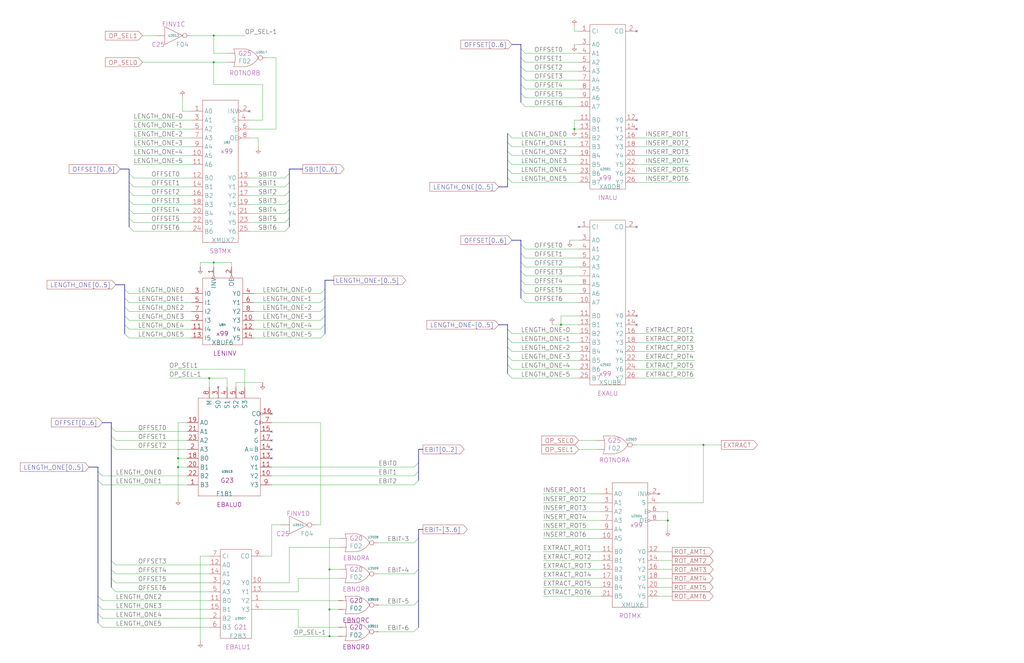
<source format=kicad_sch>
(kicad_sch (version 20230121) (generator eeschema)
  (paper "User" 584.2 378.46)
  (title_block (title "FIU STARTBIT AND CMDBIT") (date "20-MAR-90") (rev "1.0") (comment 1 "FIU") (comment 2 "232-003065") (comment 3 "S400") (comment 4 "RELEASED"))
  (lib_symbols
    (symbol "r1000:F02" (pin_numbers hide) (pin_names hide)
      (property "Reference" "U" (at 12.16 0.635 0))
      (property "Value" "F02" (at -1.27 -4.445 0))
      (property "Location" "___" (at 2.54 0 0))
      (property "Name" "______" (at 2.54 -12.7 0))
      (symbol "F02_1_1"
        (pin input line (at -7.62 0 0) (length 2.54) (name "D0") (number "1"))
        (pin input line (at -7.62 -5.08 0) (length 2.54) (name "D1") (number "2"))
        (pin output line (at 15.24 -2.54 180) (length 1.27) (name "Q") (number "3"))
      )
      (symbol "F02_1_2"
        (pin input line (at -7.62 0 0) (length 2.54) (name "D0") (number "1"))
        (pin input line (at -7.62 -5.08 0) (length 2.54) (name "D1") (number "2"))
        (pin output line (at 15.24 -2.54 180) (length 2.54) (name "Q") (number "3"))
      )
    )
    (symbol "r1000:F04" (pin_numbers hide) (pin_names hide)
      (property "Reference" "U" (at 0 0 0))
      (property "Value" "F04" (at 1.27 -5.08 0))
      (property "Location" "___" (at -12.7 -5.08 0))
      (property "Name" "______" (at 0 5.08 0))
      (symbol "F04_1_1"
        (pin input line (at -10.16 0 0) (length 2.54) (name "D0") (number "1"))
        (pin output line (at 10.16 0 180) (length 2.54) (name "Q") (number "2"))
      )
    )
    (symbol "r1000:F181" (pin_names (offset 1.016))
      (property "Reference" "U" (at 2.54 5.08 0))
      (property "Value" "F181" (at -3.81 -7.62 0))
      (property "Location" "___" (at -1.27 0 0))
      (property "Name" "______" (at 3.81 -15.24 0))
      (symbol "F181_1_1"
        (pin input line (at -20.32 -2.54 0) (length 6.35) (name "B3") (number "1"))
        (pin output line (at 27.94 2.54 180) (length 6.35) (name "Y2") (number "10"))
        (pin output line (at 27.94 7.62 180) (length 6.35) (name "Y1") (number "11"))
        (pin output line (at 27.94 12.7 180) (length 6.35) (name "Y0") (number "13"))
        (pin open_collector line (at 27.94 17.78 180) (length 6.35) (name "A=B") (number "14"))
        (pin output line (at 27.94 27.94 180) (length 6.35) (name "P") (number "15"))
        (pin output line (at 27.94 38.1 180) (length 5.08) (name "CO") (number "16"))
        (pin output line (at 27.94 22.86 180) (length 6.35) (name "G") (number "17"))
        (pin input line (at -20.32 12.7 0) (length 6.35) (name "B0") (number "18"))
        (pin input line (at -20.32 33.02 0) (length 6.35) (name "A0") (number "19"))
        (pin input line (at -20.32 17.78 0) (length 6.35) (name "A3") (number "2"))
        (pin input line (at -20.32 7.62 0) (length 6.35) (name "B1") (number "20"))
        (pin input line (at -20.32 27.94 0) (length 6.35) (name "A1") (number "21"))
        (pin input line (at -20.32 2.54 0) (length 6.35) (name "B2") (number "22"))
        (pin input line (at -20.32 22.86 0) (length 6.35) (name "A2") (number "23"))
        (pin input line (at -2.54 53.34 270) (length 6.35) (name "S0") (number "3"))
        (pin input line (at 2.54 53.34 270) (length 6.35) (name "S1") (number "4"))
        (pin input line (at 7.62 53.34 270) (length 6.35) (name "S2") (number "5"))
        (pin input line (at 12.7 53.34 270) (length 6.35) (name "S3") (number "6"))
        (pin input line (at 27.94 33.02 180) (length 5.08) (name "CI") (number "7"))
        (pin input line (at -7.62 53.34 270) (length 6.35) (name "M") (number "8"))
        (pin output line (at 27.94 -2.54 180) (length 6.35) (name "Y3") (number "9"))
      )
    )
    (symbol "r1000:F283" (pin_names (offset 1.016))
      (property "Reference" "U" (at 2.54 5.08 0))
      (property "Value" "F283" (at -3.81 -5.08 0))
      (property "Location" "___" (at -1.27 0 0))
      (property "Name" "______" (at 1.27 -12.7 0))
      (symbol "F283_1_1"
        (pin output line (at 15.24 15.24 180) (length 6.35) (name "Y2") (number "1"))
        (pin output line (at 15.24 25.4 180) (length 6.35) (name "Y0") (number "10"))
        (pin input line (at -15.24 15.24 0) (length 6.35) (name "B0") (number "11"))
        (pin input line (at -15.24 35.56 0) (length 6.35) (name "A0") (number "12"))
        (pin output line (at 15.24 20.32 180) (length 6.35) (name "Y1") (number "13"))
        (pin input line (at -15.24 30.48 0) (length 6.35) (name "A1") (number "14"))
        (pin input line (at -15.24 10.16 0) (length 6.35) (name "B1") (number "15"))
        (pin input line (at -15.24 5.08 0) (length 6.35) (name "B2") (number "2"))
        (pin input line (at -15.24 25.4 0) (length 6.35) (name "A2") (number "3"))
        (pin output line (at 15.24 10.16 180) (length 6.35) (name "Y3") (number "4"))
        (pin input line (at -15.24 20.32 0) (length 6.35) (name "A3") (number "5"))
        (pin input line (at -15.24 0 0) (length 6.35) (name "B3") (number "6"))
        (pin input line (at -15.24 40.64 0) (length 6.35) (name "CI") (number "7"))
        (pin output line (at 15.24 40.64 180) (length 6.35) (name "CO") (number "9"))
      )
    )
    (symbol "r1000:PD" (power) (pin_numbers hide) (pin_names hide) (in_bom no)
      (symbol "PD_1_1"
        (pin power_in line (at 0 0 270) (length 2.54) (name "PD") (number "1"))
      )
    )
    (symbol "r1000:PU" (power) (pin_numbers hide) (pin_names hide)
      (symbol "PU_1_1"
        (pin power_in line (at 0 0 90) (length 2.54) (name "PU") (number "1"))
      )
    )
    (symbol "r1000:XADD8" (pin_names (offset 1.016))
      (property "Reference" "U" (at 2.54 5.08 0))
      (property "Value" "XADD8" (at -1.27 -5.08 0))
      (property "Location" "___" (at -1.27 0 0))
      (property "Name" "______" (at 3.81 -12.7 0))
      (symbol "XADD8_1_1"
        (pin input line (at -12.7 83.82 0) (length 6.35) (name "CI") (number "1"))
        (pin input line (at -12.7 40.64 0) (length 6.35) (name "A7") (number "10"))
        (pin input line (at -12.7 33.02 0) (length 6.35) (name "B0") (number "11"))
        (pin output line (at 20.32 33.02 180) (length 6.35) (name "Y0") (number "12"))
        (pin input line (at -12.7 27.94 0) (length 6.35) (name "B1") (number "13"))
        (pin output line (at 20.32 27.94 180) (length 6.35) (name "Y1") (number "14"))
        (pin input line (at -12.7 22.86 0) (length 6.35) (name "B2") (number "15"))
        (pin output line (at 20.32 22.86 180) (length 6.35) (name "Y2") (number "16"))
        (pin input line (at -12.7 17.78 0) (length 6.35) (name "B3") (number "17"))
        (pin output line (at 20.32 17.78 180) (length 6.35) (name "Y3") (number "18"))
        (pin input line (at -12.7 12.7 0) (length 6.35) (name "B4") (number "19"))
        (pin output line (at 20.32 83.82 180) (length 6.35) (name "CO") (number "2"))
        (pin output line (at 20.32 12.7 180) (length 6.35) (name "Y4") (number "20"))
        (pin input line (at -12.7 7.62 0) (length 6.35) (name "B5") (number "21"))
        (pin output line (at 20.32 7.62 180) (length 6.35) (name "Y5") (number "22"))
        (pin input line (at -12.7 2.54 0) (length 6.35) (name "B6") (number "23"))
        (pin output line (at 20.32 2.54 180) (length 6.35) (name "Y6") (number "24"))
        (pin input line (at -12.7 -2.54 0) (length 6.35) (name "B7") (number "25"))
        (pin output line (at 20.32 -2.54 180) (length 6.35) (name "Y7") (number "26"))
        (pin input line (at -12.7 76.2 0) (length 6.35) (name "A0") (number "3"))
        (pin input line (at -12.7 71.12 0) (length 6.35) (name "A1") (number "4"))
        (pin input line (at -12.7 66.04 0) (length 6.35) (name "A2") (number "5"))
        (pin input line (at -12.7 60.96 0) (length 6.35) (name "A3") (number "6"))
        (pin input line (at -12.7 55.88 0) (length 6.35) (name "A4") (number "7"))
        (pin input line (at -12.7 50.8 0) (length 6.35) (name "A5") (number "8"))
        (pin input line (at -12.7 45.72 0) (length 6.35) (name "A6") (number "9"))
      )
    )
    (symbol "r1000:XBUF6" (pin_names (offset 1.016))
      (property "Reference" "U" (at 2.54 5.08 0))
      (property "Value" "XBUF6" (at -3.81 -5.08 0))
      (property "Location" "___" (at -1.27 0 0))
      (property "Name" "______" (at 3.81 -12.7 0))
      (symbol "XBUF6_1_1"
        (pin input line (at -2.54 38.1 270) (length 5.08) (name "INV") (number "1"))
        (pin tri_state line (at 20.32 7.62 180) (length 6.35) (name "Y3") (number "10"))
        (pin input line (at -15.24 2.54 0) (length 6.35) (name "I4") (number "11"))
        (pin tri_state line (at 20.32 2.54 180) (length 6.35) (name "Y4") (number "12"))
        (pin input line (at -15.24 -2.54 0) (length 6.35) (name "I5") (number "13"))
        (pin tri_state line (at 20.32 -2.54 180) (length 6.35) (name "Y5") (number "14"))
        (pin input line (at 7.62 38.1 270) (length 5.08) (name "OE") (number "2"))
        (pin input line (at -15.24 22.86 0) (length 6.35) (name "I0") (number "3"))
        (pin tri_state line (at 20.32 22.86 180) (length 6.35) (name "Y0") (number "4"))
        (pin input line (at -15.24 17.78 0) (length 6.35) (name "I1") (number "5"))
        (pin tri_state line (at 20.32 17.78 180) (length 6.35) (name "Y1") (number "6"))
        (pin input line (at -15.24 12.7 0) (length 6.35) (name "I2") (number "7"))
        (pin tri_state line (at 20.32 12.7 180) (length 6.35) (name "Y2") (number "8"))
        (pin input line (at -15.24 7.62 0) (length 6.35) (name "I3") (number "9"))
      )
    )
    (symbol "r1000:XMUX6" (pin_names (offset 1.016))
      (property "Reference" "U" (at 2.54 5.08 0))
      (property "Value" "XMUX6" (at -6.35 -45.72 0))
      (property "Location" "___" (at -1.27 0 0))
      (property "Name" "______" (at -1.27 -53.34 0))
      (symbol "XMUX6_1_1"
        (pin input line (at -17.78 17.78 0) (length 6.35) (name "A0") (number "1"))
        (pin input line (at -17.78 -7.62 0) (length 6.35) (name "A5") (number "10"))
        (pin input line (at -17.78 -15.24 0) (length 6.35) (name "B0") (number "11"))
        (pin tri_state line (at 15.24 -15.24 180) (length 6.35) (name "Y0") (number "12"))
        (pin input line (at -17.78 -20.32 0) (length 6.35) (name "B1") (number "13"))
        (pin tri_state line (at 15.24 -20.32 180) (length 6.35) (name "Y1") (number "14"))
        (pin input line (at -17.78 -25.4 0) (length 6.35) (name "B2") (number "15"))
        (pin tri_state line (at 15.24 -25.4 180) (length 6.35) (name "Y2") (number "16"))
        (pin input line (at -17.78 -30.48 0) (length 6.35) (name "B3") (number "17"))
        (pin tri_state line (at 15.24 -30.48 180) (length 6.35) (name "Y3") (number "18"))
        (pin input line (at -17.78 -35.56 0) (length 6.35) (name "B4") (number "19"))
        (pin input line (at 15.24 17.78 180) (length 5.08) (name "INV") (number "2"))
        (pin tri_state line (at 15.24 -35.56 180) (length 6.35) (name "Y4") (number "20"))
        (pin input line (at -17.78 -40.64 0) (length 6.35) (name "B5") (number "21"))
        (pin tri_state line (at 15.24 -40.64 180) (length 6.35) (name "Y5") (number "22"))
        (pin input line (at -17.78 12.7 0) (length 6.35) (name "A1") (number "3"))
        (pin input line (at 15.24 12.7 180) (length 6.35) (name "S") (number "4"))
        (pin input line (at -17.78 7.62 0) (length 6.35) (name "A2") (number "5"))
        (pin input line (at 15.24 7.62 180) (length 5.08) (name "E") (number "6"))
        (pin input line (at -17.78 2.54 0) (length 6.35) (name "A3") (number "7"))
        (pin input line (at 15.24 2.54 180) (length 5.08) (name "OE") (number "8"))
        (pin input line (at -17.78 -2.54 0) (length 6.35) (name "A4") (number "9"))
      )
    )
    (symbol "r1000:XMUX7" (pin_names (offset 1.016))
      (property "Reference" "U" (at 2.54 5.08 0))
      (property "Value" "XMUX7" (at -6.35 -50.8 0))
      (property "Location" "___" (at -1.27 0 0))
      (property "Name" "______" (at -1.27 -58.42 0))
      (symbol "XMUX7_1_1"
        (pin input line (at -17.78 22.86 0) (length 6.35) (name "A0") (number "1"))
        (pin input line (at -17.78 -2.54 0) (length 6.35) (name "A5") (number "10"))
        (pin input line (at -17.78 -7.62 0) (length 6.35) (name "A6") (number "11"))
        (pin input line (at -17.78 -15.24 0) (length 6.35) (name "B0") (number "12"))
        (pin tri_state line (at 15.24 -15.24 180) (length 6.35) (name "Y0") (number "13"))
        (pin input line (at -17.78 -20.32 0) (length 6.35) (name "B1") (number "14"))
        (pin tri_state line (at 15.24 -20.32 180) (length 6.35) (name "Y1") (number "15"))
        (pin input line (at -17.78 -25.4 0) (length 6.35) (name "B2") (number "16"))
        (pin tri_state line (at 15.24 -25.4 180) (length 6.35) (name "Y2") (number "17"))
        (pin input line (at -17.78 -30.48 0) (length 6.35) (name "B3") (number "18"))
        (pin tri_state line (at 15.24 -30.48 180) (length 6.35) (name "Y3") (number "19"))
        (pin input line (at 15.24 22.86 180) (length 5.08) (name "INV") (number "2"))
        (pin input line (at -17.78 -35.56 0) (length 6.35) (name "B4") (number "20"))
        (pin tri_state line (at 15.24 -35.56 180) (length 6.35) (name "Y4") (number "21"))
        (pin input line (at -17.78 -40.64 0) (length 6.35) (name "B5") (number "22"))
        (pin tri_state line (at 15.24 -40.64 180) (length 6.35) (name "Y5") (number "23"))
        (pin input line (at -17.78 -45.72 0) (length 6.35) (name "B6") (number "24"))
        (pin tri_state line (at 15.24 -45.72 180) (length 6.35) (name "Y6") (number "25"))
        (pin input line (at -17.78 17.78 0) (length 6.35) (name "A1") (number "3"))
        (pin input line (at 15.24 17.78 180) (length 6.35) (name "S") (number "4"))
        (pin input line (at -17.78 12.7 0) (length 6.35) (name "A2") (number "5"))
        (pin input line (at 15.24 12.7 180) (length 5.08) (name "E") (number "6"))
        (pin input line (at -17.78 7.62 0) (length 6.35) (name "A3") (number "7"))
        (pin input line (at 15.24 7.62 180) (length 5.08) (name "OE") (number "8"))
        (pin input line (at -17.78 2.54 0) (length 6.35) (name "A4") (number "9"))
      )
    )
    (symbol "r1000:XSUB8" (pin_names (offset 1.016))
      (property "Reference" "U" (at 2.54 5.08 0))
      (property "Value" "XSUB8" (at -1.27 -5.08 0))
      (property "Location" "___" (at -1.27 0 0))
      (property "Name" "______" (at 3.81 -12.7 0))
      (symbol "XSUB8_1_1"
        (pin input line (at -12.7 83.82 0) (length 6.35) (name "CI") (number "1"))
        (pin input line (at -12.7 40.64 0) (length 6.35) (name "A7") (number "10"))
        (pin input line (at -12.7 33.02 0) (length 6.35) (name "B0") (number "11"))
        (pin output line (at 20.32 33.02 180) (length 6.35) (name "Y0") (number "12"))
        (pin input line (at -12.7 27.94 0) (length 6.35) (name "B1") (number "13"))
        (pin output line (at 20.32 27.94 180) (length 6.35) (name "Y1") (number "14"))
        (pin input line (at -12.7 22.86 0) (length 6.35) (name "B2") (number "15"))
        (pin output line (at 20.32 22.86 180) (length 6.35) (name "Y2") (number "16"))
        (pin input line (at -12.7 17.78 0) (length 6.35) (name "B3") (number "17"))
        (pin output line (at 20.32 17.78 180) (length 6.35) (name "Y3") (number "18"))
        (pin input line (at -12.7 12.7 0) (length 6.35) (name "B4") (number "19"))
        (pin output line (at 20.32 83.82 180) (length 6.35) (name "CO") (number "2"))
        (pin output line (at 20.32 12.7 180) (length 6.35) (name "Y4") (number "20"))
        (pin input line (at -12.7 7.62 0) (length 6.35) (name "B5") (number "21"))
        (pin output line (at 20.32 7.62 180) (length 6.35) (name "Y5") (number "22"))
        (pin input line (at -12.7 2.54 0) (length 6.35) (name "B6") (number "23"))
        (pin output line (at 20.32 2.54 180) (length 6.35) (name "Y6") (number "24"))
        (pin input line (at -12.7 -2.54 0) (length 6.35) (name "B7") (number "25"))
        (pin output line (at 20.32 -2.54 180) (length 6.35) (name "Y7") (number "26"))
        (pin input line (at -12.7 76.2 0) (length 6.35) (name "A0") (number "3"))
        (pin input line (at -12.7 71.12 0) (length 6.35) (name "A1") (number "4"))
        (pin input line (at -12.7 66.04 0) (length 6.35) (name "A2") (number "5"))
        (pin input line (at -12.7 60.96 0) (length 6.35) (name "A3") (number "6"))
        (pin input line (at -12.7 55.88 0) (length 6.35) (name "A4") (number "7"))
        (pin input line (at -12.7 50.8 0) (length 6.35) (name "A5") (number "8"))
        (pin input line (at -12.7 45.72 0) (length 6.35) (name "A6") (number "9"))
      )
    )
  )
  (junction (at 121.92 20.32))
  (junction (at 401.32 254))
  (junction (at 320.04 185.42))
  (junction (at 121.92 149.86))
  (junction (at 187.96 347.98))
  (junction (at 187.96 325.12))
  (junction (at 101.6 266.7))
  (junction (at 121.92 35.56))
  (junction (at 327.66 73.66))
  (junction (at 381 297.18))
  (junction (at 101.6 261.62))
  (junction (at 119.38 215.9))
  (junction (at 187.96 363.22))
  (no_connect (at 363.22 180.34))
  (no_connect (at 375.92 281.94))
  (no_connect (at 154.94 261.62))
  (no_connect (at 154.94 246.38))
  (no_connect (at 142.24 63.5))
  (no_connect (at 363.22 68.58))
  (no_connect (at 154.94 236.22))
  (no_connect (at 330.2 129.54))
  (no_connect (at 154.94 256.54))
  (no_connect (at 363.22 185.42))
  (no_connect (at 154.94 251.46))
  (no_connect (at 124.46 220.98))
  (no_connect (at 363.22 17.78))
  (no_connect (at 363.22 129.54))
  (no_connect (at 363.22 73.66))
  (bus_entry (at 238.76 358.14) (size -2.54 2.54))
  (bus_entry (at 71.12 185.42) (size 2.54 2.54))
  (bus_entry (at 289.56 96.52) (size 2.54 2.54))
  (bus_entry (at 289.56 193.04) (size 2.54 2.54))
  (bus_entry (at 297.18 38.1) (size 2.54 2.54))
  (bus_entry (at 63.5 243.84) (size 2.54 2.54))
  (bus_entry (at 165.1 129.54) (size -2.54 2.54))
  (bus_entry (at 63.5 335.28) (size 2.54 2.54))
  (bus_entry (at 63.5 248.92) (size 2.54 2.54))
  (bus_entry (at 297.18 144.78) (size 2.54 2.54))
  (bus_entry (at 73.66 99.06) (size 2.54 2.54))
  (bus_entry (at 55.88 340.36) (size 2.54 2.54))
  (bus_entry (at 71.12 190.5) (size 2.54 2.54))
  (bus_entry (at 165.1 109.22) (size -2.54 2.54))
  (bus_entry (at 55.88 345.44) (size 2.54 2.54))
  (bus_entry (at 165.1 99.06) (size -2.54 2.54))
  (bus_entry (at 73.66 129.54) (size 2.54 2.54))
  (bus_entry (at 165.1 114.3) (size -2.54 2.54))
  (bus_entry (at 63.5 330.2) (size 2.54 2.54))
  (bus_entry (at 73.66 124.46) (size 2.54 2.54))
  (bus_entry (at 185.42 190.5) (size -2.54 2.54))
  (bus_entry (at 55.88 355.6) (size 2.54 2.54))
  (bus_entry (at 185.42 165.1) (size -2.54 2.54))
  (bus_entry (at 297.18 160.02) (size 2.54 2.54))
  (bus_entry (at 165.1 104.14) (size -2.54 2.54))
  (bus_entry (at 185.42 175.26) (size -2.54 2.54))
  (bus_entry (at 238.76 274.32) (size -2.54 2.54))
  (bus_entry (at 297.18 139.7) (size 2.54 2.54))
  (bus_entry (at 289.56 86.36) (size 2.54 2.54))
  (bus_entry (at 289.56 213.36) (size 2.54 2.54))
  (bus_entry (at 73.66 104.14) (size 2.54 2.54))
  (bus_entry (at 71.12 170.18) (size 2.54 2.54))
  (bus_entry (at 297.18 33.02) (size 2.54 2.54))
  (bus_entry (at 297.18 53.34) (size 2.54 2.54))
  (bus_entry (at 238.76 264.16) (size -2.54 2.54))
  (bus_entry (at 63.5 254) (size 2.54 2.54))
  (bus_entry (at 289.56 208.28) (size 2.54 2.54))
  (bus_entry (at 55.88 269.24) (size 2.54 2.54))
  (bus_entry (at 297.18 154.94) (size 2.54 2.54))
  (bus_entry (at 185.42 185.42) (size -2.54 2.54))
  (bus_entry (at 55.88 350.52) (size 2.54 2.54))
  (bus_entry (at 55.88 274.32) (size 2.54 2.54))
  (bus_entry (at 185.42 180.34) (size -2.54 2.54))
  (bus_entry (at 63.5 320.04) (size 2.54 2.54))
  (bus_entry (at 297.18 43.18) (size 2.54 2.54))
  (bus_entry (at 71.12 175.26) (size 2.54 2.54))
  (bus_entry (at 289.56 76.2) (size 2.54 2.54))
  (bus_entry (at 238.76 342.9) (size -2.54 2.54))
  (bus_entry (at 289.56 91.44) (size 2.54 2.54))
  (bus_entry (at 289.56 187.96) (size 2.54 2.54))
  (bus_entry (at 289.56 81.28) (size 2.54 2.54))
  (bus_entry (at 71.12 165.1) (size 2.54 2.54))
  (bus_entry (at 289.56 101.6) (size 2.54 2.54))
  (bus_entry (at 289.56 203.2) (size 2.54 2.54))
  (bus_entry (at 297.18 27.94) (size 2.54 2.54))
  (bus_entry (at 297.18 58.42) (size 2.54 2.54))
  (bus_entry (at 73.66 119.38) (size 2.54 2.54))
  (bus_entry (at 297.18 149.86) (size 2.54 2.54))
  (bus_entry (at 73.66 114.3) (size 2.54 2.54))
  (bus_entry (at 73.66 109.22) (size 2.54 2.54))
  (bus_entry (at 165.1 119.38) (size -2.54 2.54))
  (bus_entry (at 238.76 269.24) (size -2.54 2.54))
  (bus_entry (at 238.76 325.12) (size -2.54 2.54))
  (bus_entry (at 71.12 180.34) (size 2.54 2.54))
  (bus_entry (at 185.42 170.18) (size -2.54 2.54))
  (bus_entry (at 238.76 307.34) (size -2.54 2.54))
  (bus_entry (at 297.18 170.18) (size 2.54 2.54))
  (bus_entry (at 63.5 325.12) (size 2.54 2.54))
  (bus_entry (at 165.1 124.46) (size -2.54 2.54))
  (bus_entry (at 297.18 165.1) (size 2.54 2.54))
  (bus_entry (at 297.18 48.26) (size 2.54 2.54))
  (bus_entry (at 289.56 198.12) (size 2.54 2.54))
  (wire (pts (xy 292.1 104.14) (xy 330.2 104.14)))
  (bus (pts (xy 165.1 96.52) (xy 165.1 99.06)))
  (wire (pts (xy 330.2 251.46) (xy 340.36 251.46)))
  (bus (pts (xy 297.18 144.78) (xy 297.18 149.86)))
  (bus (pts (xy 297.18 25.4) (xy 297.18 27.94)))
  (wire (pts (xy 292.1 88.9) (xy 330.2 88.9)))
  (wire (pts (xy 129.54 30.48) (xy 121.92 30.48)))
  (wire (pts (xy 121.92 48.26) (xy 149.86 48.26)))
  (wire (pts (xy 142.24 106.68) (xy 162.56 106.68)))
  (bus (pts (xy 71.12 165.1) (xy 71.12 170.18)))
  (wire (pts (xy 182.88 299.72) (xy 180.34 299.72)))
  (wire (pts (xy 375.92 314.96) (xy 383.54 314.96)))
  (bus (pts (xy 68.58 96.52) (xy 73.66 96.52)))
  (bus (pts (xy 63.5 248.92) (xy 63.5 254)))
  (wire (pts (xy 76.2 78.74) (xy 109.22 78.74)))
  (bus (pts (xy 165.1 96.52) (xy 172.72 96.52)))
  (wire (pts (xy 381 292.1) (xy 381 297.18)))
  (wire (pts (xy 330.2 68.58) (xy 327.66 68.58)))
  (bus (pts (xy 289.56 193.04) (xy 289.56 198.12)))
  (bus (pts (xy 63.5 254) (xy 63.5 320.04)))
  (bus (pts (xy 289.56 86.36) (xy 289.56 91.44)))
  (wire (pts (xy 144.78 187.96) (xy 182.88 187.96)))
  (bus (pts (xy 185.42 180.34) (xy 185.42 175.26)))
  (wire (pts (xy 363.22 190.5) (xy 396.24 190.5)))
  (wire (pts (xy 114.3 149.86) (xy 121.92 149.86)))
  (bus (pts (xy 63.5 320.04) (xy 63.5 325.12)))
  (wire (pts (xy 142.24 121.92) (xy 162.56 121.92)))
  (wire (pts (xy 299.72 30.48) (xy 330.2 30.48)))
  (wire (pts (xy 327.66 73.66) (xy 330.2 73.66)))
  (bus (pts (xy 297.18 149.86) (xy 297.18 154.94)))
  (wire (pts (xy 58.42 276.86) (xy 106.68 276.86)))
  (wire (pts (xy 73.66 167.64) (xy 109.22 167.64)))
  (wire (pts (xy 154.94 299.72) (xy 160.02 299.72)))
  (wire (pts (xy 157.48 73.66) (xy 142.24 73.66)))
  (bus (pts (xy 73.66 99.06) (xy 73.66 104.14)))
  (wire (pts (xy 149.86 218.44) (xy 134.62 218.44)))
  (wire (pts (xy 292.1 205.74) (xy 330.2 205.74)))
  (bus (pts (xy 297.18 144.78) (xy 297.18 139.7)))
  (wire (pts (xy 299.72 60.96) (xy 330.2 60.96)))
  (bus (pts (xy 71.12 185.42) (xy 71.12 190.5)))
  (wire (pts (xy 381 302.26) (xy 381 297.18)))
  (wire (pts (xy 81.28 35.56) (xy 121.92 35.56)))
  (bus (pts (xy 63.5 330.2) (xy 63.5 335.28)))
  (bus (pts (xy 238.76 264.16) (xy 238.76 269.24)))
  (bus (pts (xy 165.1 99.06) (xy 165.1 104.14)))
  (wire (pts (xy 76.2 93.98) (xy 109.22 93.98)))
  (wire (pts (xy 292.1 200.66) (xy 330.2 200.66)))
  (wire (pts (xy 165.1 332.74) (xy 165.1 312.42)))
  (wire (pts (xy 292.1 99.06) (xy 330.2 99.06)))
  (bus (pts (xy 73.66 109.22) (xy 73.66 104.14)))
  (wire (pts (xy 101.6 266.7) (xy 106.68 266.7)))
  (wire (pts (xy 121.92 35.56) (xy 129.54 35.56)))
  (wire (pts (xy 66.04 322.58) (xy 119.38 322.58)))
  (bus (pts (xy 284.48 106.68) (xy 289.56 106.68)))
  (wire (pts (xy 76.2 132.08) (xy 109.22 132.08)))
  (wire (pts (xy 142.24 101.6) (xy 162.56 101.6)))
  (wire (pts (xy 299.72 40.64) (xy 330.2 40.64)))
  (wire (pts (xy 363.22 93.98) (xy 393.7 93.98)))
  (wire (pts (xy 363.22 195.58) (xy 396.24 195.58)))
  (wire (pts (xy 375.92 292.1) (xy 381 292.1)))
  (wire (pts (xy 144.78 182.88) (xy 182.88 182.88)))
  (wire (pts (xy 144.78 172.72) (xy 182.88 172.72)))
  (wire (pts (xy 299.72 50.8) (xy 330.2 50.8)))
  (wire (pts (xy 142.24 132.08) (xy 162.56 132.08)))
  (wire (pts (xy 76.2 88.9) (xy 109.22 88.9)))
  (wire (pts (xy 299.72 147.32) (xy 330.2 147.32)))
  (wire (pts (xy 299.72 167.64) (xy 330.2 167.64)))
  (wire (pts (xy 121.92 48.26) (xy 121.92 35.56)))
  (wire (pts (xy 309.88 325.12) (xy 342.9 325.12)))
  (bus (pts (xy 297.18 33.02) (xy 297.18 38.1)))
  (wire (pts (xy 363.22 205.74) (xy 396.24 205.74)))
  (bus (pts (xy 297.18 43.18) (xy 297.18 48.26)))
  (wire (pts (xy 187.96 347.98) (xy 193.04 347.98)))
  (wire (pts (xy 147.32 83.82) (xy 147.32 78.74)))
  (bus (pts (xy 71.12 180.34) (xy 71.12 185.42)))
  (wire (pts (xy 187.96 307.34) (xy 187.96 325.12)))
  (bus (pts (xy 185.42 170.18) (xy 185.42 165.1)))
  (wire (pts (xy 154.94 271.78) (xy 236.22 271.78)))
  (bus (pts (xy 297.18 160.02) (xy 297.18 165.1)))
  (wire (pts (xy 187.96 347.98) (xy 187.96 363.22)))
  (wire (pts (xy 309.88 320.04) (xy 342.9 320.04)))
  (bus (pts (xy 238.76 256.54) (xy 238.76 264.16)))
  (wire (pts (xy 101.6 261.62) (xy 101.6 266.7)))
  (wire (pts (xy 66.04 337.82) (xy 119.38 337.82)))
  (wire (pts (xy 149.86 337.82) (xy 170.18 337.82)))
  (bus (pts (xy 289.56 86.36) (xy 289.56 81.28)))
  (wire (pts (xy 292.1 83.82) (xy 330.2 83.82)))
  (wire (pts (xy 154.94 317.5) (xy 154.94 299.72)))
  (wire (pts (xy 375.92 330.2) (xy 383.54 330.2)))
  (bus (pts (xy 289.56 96.52) (xy 289.56 101.6)))
  (wire (pts (xy 76.2 121.92) (xy 109.22 121.92)))
  (bus (pts (xy 55.88 350.52) (xy 55.88 355.6)))
  (wire (pts (xy 106.68 241.3) (xy 101.6 241.3)))
  (wire (pts (xy 363.22 83.82) (xy 393.7 83.82)))
  (wire (pts (xy 121.92 20.32) (xy 139.7 20.32)))
  (wire (pts (xy 76.2 73.66) (xy 109.22 73.66)))
  (wire (pts (xy 330.2 180.34) (xy 320.04 180.34)))
  (wire (pts (xy 375.92 340.36) (xy 383.54 340.36)))
  (wire (pts (xy 114.3 152.4) (xy 114.3 149.86)))
  (bus (pts (xy 289.56 198.12) (xy 289.56 203.2)))
  (bus (pts (xy 289.56 208.28) (xy 289.56 213.36)))
  (wire (pts (xy 58.42 342.9) (xy 119.38 342.9)))
  (wire (pts (xy 149.86 48.26) (xy 149.86 68.58)))
  (wire (pts (xy 129.54 215.9) (xy 119.38 215.9)))
  (wire (pts (xy 66.04 246.38) (xy 106.68 246.38)))
  (wire (pts (xy 320.04 180.34) (xy 320.04 185.42)))
  (bus (pts (xy 289.56 91.44) (xy 289.56 96.52)))
  (wire (pts (xy 375.92 325.12) (xy 383.54 325.12)))
  (wire (pts (xy 170.18 337.82) (xy 170.18 330.2)))
  (bus (pts (xy 55.88 269.24) (xy 55.88 274.32)))
  (wire (pts (xy 104.14 55.88) (xy 104.14 63.5)))
  (wire (pts (xy 327.66 25.4) (xy 330.2 25.4)))
  (wire (pts (xy 149.86 332.74) (xy 165.1 332.74)))
  (wire (pts (xy 58.42 347.98) (xy 119.38 347.98)))
  (wire (pts (xy 309.88 297.18) (xy 342.9 297.18)))
  (wire (pts (xy 121.92 149.86) (xy 132.08 149.86)))
  (bus (pts (xy 63.5 241.3) (xy 63.5 243.84)))
  (wire (pts (xy 309.88 314.96) (xy 342.9 314.96)))
  (bus (pts (xy 63.5 325.12) (xy 63.5 330.2)))
  (bus (pts (xy 297.18 53.34) (xy 297.18 58.42)))
  (wire (pts (xy 170.18 347.98) (xy 170.18 358.14)))
  (bus (pts (xy 73.66 114.3) (xy 73.66 119.38)))
  (wire (pts (xy 363.22 78.74) (xy 393.7 78.74)))
  (wire (pts (xy 309.88 287.02) (xy 342.9 287.02)))
  (wire (pts (xy 144.78 193.04) (xy 182.88 193.04)))
  (bus (pts (xy 238.76 307.34) (xy 238.76 325.12)))
  (wire (pts (xy 154.94 276.86) (xy 236.22 276.86)))
  (wire (pts (xy 292.1 93.98) (xy 330.2 93.98)))
  (wire (pts (xy 76.2 101.6) (xy 109.22 101.6)))
  (wire (pts (xy 101.6 241.3) (xy 101.6 261.62)))
  (wire (pts (xy 167.64 363.22) (xy 187.96 363.22)))
  (wire (pts (xy 330.2 17.78) (xy 327.66 17.78)))
  (wire (pts (xy 66.04 256.54) (xy 106.68 256.54)))
  (bus (pts (xy 71.12 175.26) (xy 71.12 180.34)))
  (wire (pts (xy 165.1 312.42) (xy 193.04 312.42)))
  (wire (pts (xy 299.72 35.56) (xy 330.2 35.56)))
  (wire (pts (xy 299.72 172.72) (xy 330.2 172.72)))
  (bus (pts (xy 289.56 106.68) (xy 289.56 101.6)))
  (wire (pts (xy 314.96 185.42) (xy 320.04 185.42)))
  (wire (pts (xy 119.38 220.98) (xy 119.38 215.9)))
  (wire (pts (xy 144.78 177.8) (xy 182.88 177.8)))
  (wire (pts (xy 309.88 330.2) (xy 342.9 330.2)))
  (bus (pts (xy 289.56 203.2) (xy 289.56 208.28)))
  (bus (pts (xy 185.42 190.5) (xy 185.42 185.42)))
  (bus (pts (xy 297.18 154.94) (xy 297.18 160.02)))
  (wire (pts (xy 363.22 88.9) (xy 393.7 88.9)))
  (wire (pts (xy 73.66 172.72) (xy 109.22 172.72)))
  (bus (pts (xy 71.12 162.56) (xy 71.12 165.1)))
  (bus (pts (xy 238.76 302.26) (xy 238.76 307.34)))
  (bus (pts (xy 73.66 96.52) (xy 73.66 99.06)))
  (bus (pts (xy 297.18 33.02) (xy 297.18 27.94)))
  (wire (pts (xy 149.86 317.5) (xy 154.94 317.5)))
  (wire (pts (xy 309.88 335.28) (xy 342.9 335.28)))
  (wire (pts (xy 299.72 45.72) (xy 330.2 45.72)))
  (wire (pts (xy 73.66 182.88) (xy 109.22 182.88)))
  (wire (pts (xy 66.04 332.74) (xy 119.38 332.74)))
  (bus (pts (xy 297.18 48.26) (xy 297.18 53.34)))
  (wire (pts (xy 363.22 200.66) (xy 396.24 200.66)))
  (bus (pts (xy 185.42 165.1) (xy 185.42 160.02)))
  (wire (pts (xy 299.72 55.88) (xy 330.2 55.88)))
  (wire (pts (xy 73.66 193.04) (xy 109.22 193.04)))
  (wire (pts (xy 325.12 137.16) (xy 330.2 137.16)))
  (wire (pts (xy 96.52 215.9) (xy 119.38 215.9)))
  (wire (pts (xy 132.08 149.86) (xy 132.08 152.4)))
  (wire (pts (xy 121.92 30.48) (xy 121.92 20.32)))
  (bus (pts (xy 289.56 185.42) (xy 289.56 187.96)))
  (wire (pts (xy 363.22 210.82) (xy 396.24 210.82)))
  (bus (pts (xy 165.1 104.14) (xy 165.1 109.22)))
  (bus (pts (xy 292.1 137.16) (xy 297.18 137.16)))
  (bus (pts (xy 238.76 256.54) (xy 241.3 256.54)))
  (wire (pts (xy 101.6 261.62) (xy 106.68 261.62)))
  (wire (pts (xy 187.96 325.12) (xy 187.96 347.98)))
  (wire (pts (xy 299.72 162.56) (xy 330.2 162.56)))
  (bus (pts (xy 289.56 76.2) (xy 289.56 81.28)))
  (wire (pts (xy 76.2 106.68) (xy 109.22 106.68)))
  (wire (pts (xy 134.62 220.98) (xy 134.62 218.44)))
  (bus (pts (xy 185.42 175.26) (xy 185.42 170.18)))
  (wire (pts (xy 144.78 167.64) (xy 182.88 167.64)))
  (wire (pts (xy 327.66 68.58) (xy 327.66 73.66)))
  (bus (pts (xy 185.42 160.02) (xy 190.5 160.02)))
  (wire (pts (xy 73.66 187.96) (xy 109.22 187.96)))
  (wire (pts (xy 139.7 220.98) (xy 139.7 210.82)))
  (wire (pts (xy 96.52 210.82) (xy 139.7 210.82)))
  (wire (pts (xy 215.9 309.88) (xy 236.22 309.88)))
  (bus (pts (xy 55.88 266.7) (xy 55.88 269.24)))
  (wire (pts (xy 58.42 358.14) (xy 119.38 358.14)))
  (bus (pts (xy 55.88 274.32) (xy 55.88 340.36)))
  (wire (pts (xy 142.24 116.84) (xy 162.56 116.84)))
  (wire (pts (xy 147.32 78.74) (xy 142.24 78.74)))
  (wire (pts (xy 58.42 353.06) (xy 119.38 353.06)))
  (wire (pts (xy 76.2 127) (xy 109.22 127)))
  (wire (pts (xy 309.88 292.1) (xy 342.9 292.1)))
  (wire (pts (xy 363.22 254) (xy 401.32 254)))
  (wire (pts (xy 401.32 287.02) (xy 375.92 287.02)))
  (bus (pts (xy 58.42 241.3) (xy 63.5 241.3)))
  (wire (pts (xy 58.42 271.78) (xy 106.68 271.78)))
  (wire (pts (xy 66.04 251.46) (xy 106.68 251.46)))
  (bus (pts (xy 71.12 170.18) (xy 71.12 175.26)))
  (wire (pts (xy 215.9 345.44) (xy 236.22 345.44)))
  (wire (pts (xy 101.6 284.48) (xy 101.6 266.7)))
  (wire (pts (xy 149.86 342.9) (xy 193.04 342.9)))
  (wire (pts (xy 73.66 177.8) (xy 109.22 177.8)))
  (wire (pts (xy 182.88 241.3) (xy 182.88 299.72)))
  (wire (pts (xy 66.04 327.66) (xy 119.38 327.66)))
  (bus (pts (xy 165.1 119.38) (xy 165.1 124.46)))
  (wire (pts (xy 292.1 215.9) (xy 330.2 215.9)))
  (bus (pts (xy 165.1 114.3) (xy 165.1 119.38)))
  (bus (pts (xy 238.76 269.24) (xy 238.76 274.32)))
  (bus (pts (xy 238.76 342.9) (xy 238.76 358.14)))
  (wire (pts (xy 81.28 20.32) (xy 88.9 20.32)))
  (wire (pts (xy 375.92 335.28) (xy 383.54 335.28)))
  (wire (pts (xy 309.88 302.26) (xy 342.9 302.26)))
  (wire (pts (xy 299.72 157.48) (xy 330.2 157.48)))
  (bus (pts (xy 289.56 187.96) (xy 289.56 193.04)))
  (bus (pts (xy 50.8 266.7) (xy 55.88 266.7)))
  (bus (pts (xy 165.1 109.22) (xy 165.1 114.3)))
  (bus (pts (xy 185.42 185.42) (xy 185.42 180.34)))
  (wire (pts (xy 109.22 20.32) (xy 121.92 20.32)))
  (bus (pts (xy 55.88 340.36) (xy 55.88 345.44)))
  (wire (pts (xy 76.2 68.58) (xy 109.22 68.58)))
  (wire (pts (xy 187.96 325.12) (xy 193.04 325.12)))
  (wire (pts (xy 292.1 190.5) (xy 330.2 190.5)))
  (wire (pts (xy 309.88 307.34) (xy 342.9 307.34)))
  (wire (pts (xy 157.48 33.02) (xy 157.48 73.66)))
  (wire (pts (xy 129.54 220.98) (xy 129.54 215.9)))
  (wire (pts (xy 401.32 254) (xy 401.32 287.02)))
  (wire (pts (xy 149.86 347.98) (xy 170.18 347.98)))
  (wire (pts (xy 152.4 33.02) (xy 157.48 33.02)))
  (wire (pts (xy 292.1 78.74) (xy 330.2 78.74)))
  (wire (pts (xy 292.1 195.58) (xy 330.2 195.58)))
  (wire (pts (xy 121.92 152.4) (xy 121.92 149.86)))
  (wire (pts (xy 193.04 307.34) (xy 187.96 307.34)))
  (wire (pts (xy 109.22 63.5) (xy 104.14 63.5)))
  (wire (pts (xy 187.96 363.22) (xy 193.04 363.22)))
  (wire (pts (xy 114.3 317.5) (xy 119.38 317.5)))
  (wire (pts (xy 149.86 68.58) (xy 142.24 68.58)))
  (wire (pts (xy 299.72 152.4) (xy 330.2 152.4)))
  (wire (pts (xy 330.2 256.54) (xy 340.36 256.54)))
  (wire (pts (xy 76.2 116.84) (xy 109.22 116.84)))
  (wire (pts (xy 76.2 83.82) (xy 109.22 83.82)))
  (bus (pts (xy 292.1 25.4) (xy 297.18 25.4)))
  (wire (pts (xy 363.22 215.9) (xy 396.24 215.9)))
  (wire (pts (xy 320.04 185.42) (xy 330.2 185.42)))
  (wire (pts (xy 363.22 99.06) (xy 393.7 99.06)))
  (wire (pts (xy 375.92 320.04) (xy 383.54 320.04)))
  (bus (pts (xy 73.66 109.22) (xy 73.66 114.3)))
  (bus (pts (xy 63.5 243.84) (xy 63.5 248.92)))
  (bus (pts (xy 238.76 325.12) (xy 238.76 342.9)))
  (wire (pts (xy 327.66 17.78) (xy 327.66 15.24)))
  (wire (pts (xy 142.24 111.76) (xy 162.56 111.76)))
  (wire (pts (xy 170.18 330.2) (xy 193.04 330.2)))
  (wire (pts (xy 292.1 210.82) (xy 330.2 210.82)))
  (wire (pts (xy 154.94 241.3) (xy 182.88 241.3)))
  (wire (pts (xy 381 297.18) (xy 375.92 297.18)))
  (wire (pts (xy 215.9 327.66) (xy 236.22 327.66)))
  (bus (pts (xy 238.76 302.26) (xy 241.3 302.26)))
  (wire (pts (xy 142.24 127) (xy 162.56 127)))
  (bus (pts (xy 66.04 162.56) (xy 71.12 162.56)))
  (wire (pts (xy 154.94 266.7) (xy 236.22 266.7)))
  (wire (pts (xy 309.88 340.36) (xy 342.9 340.36)))
  (bus (pts (xy 297.18 38.1) (xy 297.18 43.18)))
  (bus (pts (xy 73.66 119.38) (xy 73.66 124.46)))
  (wire (pts (xy 170.18 358.14) (xy 193.04 358.14)))
  (wire (pts (xy 309.88 281.94) (xy 342.9 281.94)))
  (bus (pts (xy 55.88 345.44) (xy 55.88 350.52)))
  (bus (pts (xy 297.18 165.1) (xy 297.18 170.18)))
  (wire (pts (xy 299.72 142.24) (xy 330.2 142.24)))
  (bus (pts (xy 165.1 124.46) (xy 165.1 129.54)))
  (bus (pts (xy 284.48 185.42) (xy 289.56 185.42)))
  (bus (pts (xy 73.66 124.46) (xy 73.66 129.54)))
  (wire (pts (xy 401.32 254) (xy 411.48 254)))
  (wire (pts (xy 363.22 104.14) (xy 393.7 104.14)))
  (wire (pts (xy 114.3 365.76) (xy 114.3 317.5)))
  (wire (pts (xy 76.2 111.76) (xy 109.22 111.76)))
  (wire (pts (xy 215.9 360.68) (xy 236.22 360.68)))
  (bus (pts (xy 297.18 139.7) (xy 297.18 137.16)))
  (label "OFFSET1" (at 78.74 251.46 0) (effects (font (size 2.54 2.54))))
  (label "OFFSET0" (at 304.8 30.48 0) (effects (font (size 2.54 2.54))))
  (label "OFFSET2" (at 304.8 40.64 0) (effects (font (size 2.54 2.54))))
  (label "SBIT4" (at 147.32 121.92 0) (effects (font (size 2.54 2.54))))
  (label "SBIT3" (at 147.32 116.84 0) (effects (font (size 2.54 2.54))))
  (label "LENGTH_ONE~0" (at 76.2 68.58 0) (effects (font (size 2.54 2.54))))
  (label "INSERT_ROT2" (at 309.88 287.02 0) (effects (font (size 2.54 2.54))))
  (label "LENGTH_ONE1" (at 66.04 276.86 0) (effects (font (size 2.54 2.54))))
  (label "LENGTH_ONE3" (at 78.74 182.88 0) (effects (font (size 2.54 2.54))))
  (label "OFFSET5" (at 86.36 127 0) (effects (font (size 2.54 2.54))))
  (label "EXTRACT_ROT3" (at 309.88 325.12 0) (effects (font (size 2.54 2.54))))
  (label "LENGTH_ONE0" (at 66.04 271.78 0) (effects (font (size 2.54 2.54))))
  (label "OFFSET6" (at 78.74 337.82 0) (effects (font (size 2.54 2.54))))
  (label "LENGTH_ONE3" (at 66.04 347.98 0) (effects (font (size 2.54 2.54))))
  (label "INSERT_ROT3" (at 368.3 88.9 0) (effects (font (size 2.54 2.54))))
  (label "OFFSET1" (at 304.8 147.32 0) (effects (font (size 2.54 2.54))))
  (label "EBIT0" (at 215.9 266.7 0) (effects (font (size 2.54 2.54))))
  (label "LENGTH_ONE~3" (at 297.18 205.74 0) (effects (font (size 2.54 2.54))))
  (label "OFFSET2" (at 78.74 256.54 0) (effects (font (size 2.54 2.54))))
  (label "OFFSET1" (at 86.36 106.68 0) (effects (font (size 2.54 2.54))))
  (label "OFFSET3" (at 86.36 116.84 0) (effects (font (size 2.54 2.54))))
  (label "SBIT6" (at 147.32 132.08 0) (effects (font (size 2.54 2.54))))
  (label "LENGTH_ONE~5" (at 297.18 215.9 0) (effects (font (size 2.54 2.54))))
  (label "EBIT~4" (at 220.98 327.66 0) (effects (font (size 2.54 2.54))))
  (label "LENGTH_ONE2" (at 297.18 88.9 0) (effects (font (size 2.54 2.54))))
  (label "OFFSET4" (at 304.8 162.56 0) (effects (font (size 2.54 2.54))))
  (label "OFFSET2" (at 304.8 152.4 0) (effects (font (size 2.54 2.54))))
  (label "EBIT2" (at 215.9 276.86 0) (effects (font (size 2.54 2.54))))
  (label "LENGTH_ONE~5" (at 76.2 93.98 0) (effects (font (size 2.54 2.54))))
  (label "INSERT_ROT4" (at 368.3 93.98 0) (effects (font (size 2.54 2.54))))
  (label "EXTRACT_ROT4" (at 368.3 205.74 0) (effects (font (size 2.54 2.54))))
  (label "INSERT_ROT2" (at 368.3 83.82 0) (effects (font (size 2.54 2.54))))
  (label "OP_SEL~1" (at 96.52 215.9 0) (effects (font (size 2.54 2.54))))
  (label "EXTRACT_ROT6" (at 309.88 340.36 0) (effects (font (size 2.54 2.54))))
  (label "EXTRACT_ROT5" (at 309.88 335.28 0) (effects (font (size 2.54 2.54))))
  (label "LENGTH_ONE0" (at 297.18 78.74 0) (effects (font (size 2.54 2.54))))
  (label "LENGTH_ONE4" (at 66.04 353.06 0) (effects (font (size 2.54 2.54))))
  (label "OFFSET3" (at 78.74 322.58 0) (effects (font (size 2.54 2.54))))
  (label "EBIT~5" (at 220.98 345.44 0) (effects (font (size 2.54 2.54))))
  (label "LENGTH_ONE~2" (at 297.18 200.66 0) (effects (font (size 2.54 2.54))))
  (label "LENGTH_ONE~3" (at 149.86 182.88 0) (effects (font (size 2.54 2.54))))
  (label "SBIT5" (at 147.32 127 0) (effects (font (size 2.54 2.54))))
  (label "OP_SEL1" (at 96.52 210.82 0) (effects (font (size 2.54 2.54))))
  (label "OFFSET0" (at 86.36 101.6 0) (effects (font (size 2.54 2.54))))
  (label "OFFSET3" (at 304.8 45.72 0) (effects (font (size 2.54 2.54))))
  (label "EXTRACT_ROT6" (at 368.3 215.9 0) (effects (font (size 2.54 2.54))))
  (label "LENGTH_ONE~2" (at 76.2 78.74 0) (effects (font (size 2.54 2.54))))
  (label "LENGTH_ONE~5" (at 149.86 193.04 0) (effects (font (size 2.54 2.54))))
  (label "EXTRACT_ROT2" (at 309.88 320.04 0) (effects (font (size 2.54 2.54))))
  (label "OFFSET3" (at 304.8 157.48 0) (effects (font (size 2.54 2.54))))
  (label "INSERT_ROT5" (at 309.88 302.26 0) (effects (font (size 2.54 2.54))))
  (label "SBIT0" (at 147.32 101.6 0) (effects (font (size 2.54 2.54))))
  (label "LENGTH_ONE1" (at 297.18 83.82 0) (effects (font (size 2.54 2.54))))
  (label "LENGTH_ONE~2" (at 149.86 177.8 0) (effects (font (size 2.54 2.54))))
  (label "INSERT_ROT1" (at 309.88 281.94 0) (effects (font (size 2.54 2.54))))
  (label "OFFSET0" (at 78.74 246.38 0) (effects (font (size 2.54 2.54))))
  (label "OFFSET6" (at 304.8 60.96 0) (effects (font (size 2.54 2.54))))
  (label "OFFSET4" (at 86.36 121.92 0) (effects (font (size 2.54 2.54))))
  (label "OFFSET6" (at 304.8 172.72 0) (effects (font (size 2.54 2.54))))
  (label "OFFSET4" (at 304.8 50.8 0) (effects (font (size 2.54 2.54))))
  (label "LENGTH_ONE3" (at 297.18 93.98 0) (effects (font (size 2.54 2.54))))
  (label "EBIT~6" (at 220.98 360.68 0) (effects (font (size 2.54 2.54))))
  (label "LENGTH_ONE4" (at 78.74 187.96 0) (effects (font (size 2.54 2.54))))
  (label "EXTRACT_ROT1" (at 368.3 190.5 0) (effects (font (size 2.54 2.54))))
  (label "OFFSET5" (at 78.74 332.74 0) (effects (font (size 2.54 2.54))))
  (label "EXTRACT_ROT1" (at 309.88 314.96 0) (effects (font (size 2.54 2.54))))
  (label "INSERT_ROT6" (at 368.3 104.14 0) (effects (font (size 2.54 2.54))))
  (label "LENGTH_ONE~4" (at 76.2 88.9 0) (effects (font (size 2.54 2.54))))
  (label "LENGTH_ONE2" (at 78.74 177.8 0) (effects (font (size 2.54 2.54))))
  (label "LENGTH_ONE0" (at 78.74 167.64 0) (effects (font (size 2.54 2.54))))
  (label "OP_SEL~1" (at 139.7 20.32 0) (effects (font (size 2.54 2.54))))
  (label "OFFSET0" (at 304.8 142.24 0) (effects (font (size 2.54 2.54))))
  (label "EXTRACT_ROT3" (at 368.3 200.66 0) (effects (font (size 2.54 2.54))))
  (label "LENGTH_ONE5" (at 297.18 104.14 0) (effects (font (size 2.54 2.54))))
  (label "OFFSET1" (at 304.8 35.56 0) (effects (font (size 2.54 2.54))))
  (label "LENGTH_ONE2" (at 66.04 342.9 0) (effects (font (size 2.54 2.54))))
  (label "OFFSET5" (at 304.8 55.88 0) (effects (font (size 2.54 2.54))))
  (label "EXTRACT_ROT4" (at 309.88 330.2 0) (effects (font (size 2.54 2.54))))
  (label "LENGTH_ONE~1" (at 149.86 172.72 0) (effects (font (size 2.54 2.54))))
  (label "INSERT_ROT1" (at 368.3 78.74 0) (effects (font (size 2.54 2.54))))
  (label "INSERT_ROT6" (at 309.88 307.34 0) (effects (font (size 2.54 2.54))))
  (label "LENGTH_ONE4" (at 297.18 99.06 0) (effects (font (size 2.54 2.54))))
  (label "EXTRACT_ROT5" (at 368.3 210.82 0) (effects (font (size 2.54 2.54))))
  (label "SBIT1" (at 147.32 106.68 0) (effects (font (size 2.54 2.54))))
  (label "LENGTH_ONE~4" (at 149.86 187.96 0) (effects (font (size 2.54 2.54))))
  (label "EBIT~3" (at 220.98 309.88 0) (effects (font (size 2.54 2.54))))
  (label "INSERT_ROT5" (at 368.3 99.06 0) (effects (font (size 2.54 2.54))))
  (label "LENGTH_ONE1" (at 78.74 172.72 0) (effects (font (size 2.54 2.54))))
  (label "LENGTH_ONE~1" (at 297.18 195.58 0) (effects (font (size 2.54 2.54))))
  (label "LENGTH_ONE~0" (at 149.86 167.64 0) (effects (font (size 2.54 2.54))))
  (label "OFFSET5" (at 304.8 167.64 0) (effects (font (size 2.54 2.54))))
  (label "INSERT_ROT3" (at 309.88 292.1 0) (effects (font (size 2.54 2.54))))
  (label "OFFSET4" (at 78.74 327.66 0) (effects (font (size 2.54 2.54))))
  (label "EBIT1" (at 215.9 271.78 0) (effects (font (size 2.54 2.54))))
  (label "LENGTH_ONE~1" (at 76.2 73.66 0) (effects (font (size 2.54 2.54))))
  (label "INSERT_ROT4" (at 309.88 297.18 0) (effects (font (size 2.54 2.54))))
  (label "LENGTH_ONE~4" (at 297.18 210.82 0) (effects (font (size 2.54 2.54))))
  (label "LENGTH_ONE5" (at 66.04 358.14 0) (effects (font (size 2.54 2.54))))
  (label "LENGTH_ONE~3" (at 76.2 83.82 0) (effects (font (size 2.54 2.54))))
  (label "LENGTH_ONE~0" (at 297.18 190.5 0) (effects (font (size 2.54 2.54))))
  (label "LENGTH_ONE5" (at 78.74 193.04 0) (effects (font (size 2.54 2.54))))
  (label "OP_SEL~1" (at 167.64 363.22 0) (effects (font (size 2.54 2.54))))
  (label "OFFSET2" (at 86.36 111.76 0) (effects (font (size 2.54 2.54))))
  (label "SBIT2" (at 147.32 111.76 0) (effects (font (size 2.54 2.54))))
  (label "OFFSET6" (at 86.36 132.08 0) (effects (font (size 2.54 2.54))))
  (label "EXTRACT_ROT2" (at 368.3 195.58 0) (effects (font (size 2.54 2.54))))
  (global_label "LENGTH_ONE[0..5]" (shape input) (at 284.48 106.68 180) (effects (font (size 2.54 2.54))) (property "Intersheetrefs" "${INTERSHEET_REFS}" (at 245.3035 106.5213 0) (effects (font (size 1.905 1.905)) (justify right))))
  (global_label "ROT_AMT6" (shape output) (at 383.54 340.36 0) (effects (font (size 2.54 2.54))) (property "Intersheetrefs" "${INTERSHEET_REFS}" (at 407.5385 340.36 0) (effects (font (size 1.905 1.905)) (justify left))))
  (global_label "ROT_AMT2" (shape output) (at 383.54 320.04 0) (effects (font (size 2.54 2.54))) (property "Intersheetrefs" "${INTERSHEET_REFS}" (at 406.8717 319.8813 0) (effects (font (size 1.905 1.905)) (justify left))))
  (global_label "OP_SEL0" (shape input) (at 81.28 35.56 180) (effects (font (size 2.54 2.54))) (property "Intersheetrefs" "${INTERSHEET_REFS}" (at 60.1254 35.4013 0) (effects (font (size 1.905 1.905)) (justify right))))
  (global_label "LENGTH_ONE~[0..5]" (shape output) (at 190.5 160.02 0) (effects (font (size 2.54 2.54))) (property "Intersheetrefs" "${INTERSHEET_REFS}" (at 231.4908 159.8613 0) (effects (font (size 1.905 1.905)) (justify left))))
  (global_label "ROT_AMT5" (shape output) (at 383.54 335.28 0) (effects (font (size 2.54 2.54))) (property "Intersheetrefs" "${INTERSHEET_REFS}" (at 407.5385 335.28 0) (effects (font (size 1.905 1.905)) (justify left))))
  (global_label "OFFSET[0..6]" (shape input) (at 292.1 25.4 180) (effects (font (size 2.54 2.54))) (property "Intersheetrefs" "${INTERSHEET_REFS}" (at 262.9626 25.2413 0) (effects (font (size 1.905 1.905)) (justify right))))
  (global_label "ROT_AMT3" (shape output) (at 383.54 325.12 0) (effects (font (size 2.54 2.54))) (property "Intersheetrefs" "${INTERSHEET_REFS}" (at 406.8717 324.9613 0) (effects (font (size 1.905 1.905)) (justify left))))
  (global_label "ROT_AMT4" (shape output) (at 383.54 330.2 0) (effects (font (size 2.54 2.54))) (property "Intersheetrefs" "${INTERSHEET_REFS}" (at 406.8717 330.0413 0) (effects (font (size 1.905 1.905)) (justify left))))
  (global_label "OP_SEL0" (shape input) (at 330.2 251.46 180) (effects (font (size 2.54 2.54))) (property "Intersheetrefs" "${INTERSHEET_REFS}" (at 309.0454 251.3013 0) (effects (font (size 1.905 1.905)) (justify right))))
  (global_label "ROT_AMT1" (shape output) (at 383.54 314.96 0) (effects (font (size 2.54 2.54))) (property "Intersheetrefs" "${INTERSHEET_REFS}" (at 406.8717 314.8013 0) (effects (font (size 1.905 1.905)) (justify left))))
  (global_label "LENGTH_ONE[0..5]" (shape input) (at 50.8 266.7 180) (effects (font (size 2.54 2.54))) (property "Intersheetrefs" "${INTERSHEET_REFS}" (at 11.6235 266.5413 0) (effects (font (size 1.905 1.905)) (justify right))))
  (global_label "OFFSET[0..6]" (shape input) (at 58.42 241.3 180) (effects (font (size 2.54 2.54))) (property "Intersheetrefs" "${INTERSHEET_REFS}" (at 28.616 241.3 0) (effects (font (size 1.905 1.905)) (justify right))))
  (global_label "OFFSET[0..6]" (shape input) (at 292.1 137.16 180) (effects (font (size 2.54 2.54))) (property "Intersheetrefs" "${INTERSHEET_REFS}" (at 262.9626 137.0013 0) (effects (font (size 1.905 1.905)) (justify right))))
  (global_label "LENGTH_ONE[0..5]" (shape input) (at 66.04 162.56 180) (effects (font (size 2.54 2.54))) (property "Intersheetrefs" "${INTERSHEET_REFS}" (at 26.8635 162.4013 0) (effects (font (size 1.905 1.905)) (justify right))))
  (global_label "LENGTH_ONE~[0..5]" (shape input) (at 284.48 185.42 180) (effects (font (size 2.54 2.54))) (property "Intersheetrefs" "${INTERSHEET_REFS}" (at 243.4892 185.2613 0) (effects (font (size 1.905 1.905)) (justify right))))
  (global_label "EBIT[0..2]" (shape output) (at 241.3 256.54 0) (effects (font (size 2.54 2.54))) (property "Intersheetrefs" "${INTERSHEET_REFS}" (at 264.7527 256.3813 0) (effects (font (size 1.905 1.905)) (justify left))))
  (global_label "EBIT~[3..6]" (shape output) (at 241.3 302.26 0) (effects (font (size 2.54 2.54))) (property "Intersheetrefs" "${INTERSHEET_REFS}" (at 266.567 302.1013 0) (effects (font (size 1.905 1.905)) (justify left))))
  (global_label "EXTRACT" (shape output) (at 411.48 254 0) (effects (font (size 2.54 2.54))) (property "Intersheetrefs" "${INTERSHEET_REFS}" (at 432.1508 253.8413 0) (effects (font (size 1.905 1.905)) (justify left))))
  (global_label "SBIT[0..6]" (shape output) (at 172.72 96.52 0) (effects (font (size 2.54 2.54))) (property "Intersheetrefs" "${INTERSHEET_REFS}" (at 196.9602 96.52 0) (effects (font (size 1.905 1.905)) (justify left))))
  (global_label "OP_SEL1" (shape input) (at 81.28 20.32 180) (effects (font (size 2.54 2.54))) (property "Intersheetrefs" "${INTERSHEET_REFS}" (at 60.1254 20.1613 0) (effects (font (size 1.905 1.905)) (justify right))))
  (global_label "OFFSET[0..6]" (shape input) (at 68.58 96.52 180) (effects (font (size 2.54 2.54))) (property "Intersheetrefs" "${INTERSHEET_REFS}" (at 38.776 96.52 0) (effects (font (size 1.905 1.905)) (justify right))))
  (global_label "OP_SEL1" (shape input) (at 330.2 256.54 180) (effects (font (size 2.54 2.54))) (property "Intersheetrefs" "${INTERSHEET_REFS}" (at 309.0454 256.3813 0) (effects (font (size 1.905 1.905)) (justify right))))
  (symbol (lib_id "r1000:PD") (at 327.66 73.66 0) (unit 1) (in_bom no)
    (property "Reference" "#PWR02505" (effects hide))
    (property "Value" "PD" (effects hide))
  )
  (symbol (lib_id "r1000:XBUF6") (at 124.46 190.5 0) (unit 1)
    (property "Reference" "U84" (at 127 185.42 0))
    (property "Value" "XBUF6" (at 120.65 195.58 0) (effects (font (size 2.54 2.54)) (justify left)))
    (property "Location" "x99" (at 123.19 190.5 0) (effects (font (size 2.54 2.54)) (justify left)))
    (property "Name" "LENINV" (at 128.27 203.2 0) (effects (font (size 2.54 2.54)) (justify bottom)))
  )
  (symbol (lib_id "r1000:XSUB8") (at 342.9 213.36 0) (unit 1)
    (property "Reference" "U2502" (at 345.44 208.28 0))
    (property "Value" "XSUB8" (at 341.63 218.44 0) (effects (font (size 2.54 2.54)) (justify left)))
    (property "Location" "x99" (at 341.63 213.36 0) (effects (font (size 2.54 2.54)) (justify left)))
    (property "Name" "EXALU" (at 346.71 226.06 0) (effects (font (size 2.54 2.54)) (justify bottom)))
  )
  (symbol (lib_id "r1000:PD") (at 149.86 218.44 0) (unit 1) (in_bom no)
    (property "Reference" "#PWR03504" (effects hide))
    (property "Value" "PD" (effects hide))
  )
  (symbol (lib_id "r1000:F02") (at 200.66 358.14 0) (unit 1)
    (property "Reference" "U3511" (at 212.82 357.505 0))
    (property "Value" "F02" (at 199.39 362.585 0) (effects (font (size 2.54 2.54)) (justify left)))
    (property "Location" "G20" (at 203.2 358.14 0) (effects (font (size 2.54 2.54))))
    (property "Name" "EBNORD" (at 203.2 370.84 0) (effects (font (size 2.54 2.54)) (justify bottom)))
  )
  (symbol (lib_id "r1000:PD") (at 381 302.26 0) (unit 1) (in_bom no)
    (property "Reference" "#PWR02506" (effects hide))
    (property "Value" "PD" (effects hide))
  )
  (symbol (lib_id "r1000:F181") (at 127 274.32 0) (unit 1)
    (property "Reference" "U3513" (at 129.54 269.24 0))
    (property "Value" "F181" (at 123.19 281.94 0) (effects (font (size 2.54 2.54)) (justify left)))
    (property "Location" "G23" (at 125.73 274.32 0) (effects (font (size 2.54 2.54)) (justify left)))
    (property "Name" "EBALU0" (at 130.81 289.56 0) (effects (font (size 2.54 2.54)) (justify bottom)))
  )
  (symbol (lib_id "r1000:PU") (at 327.66 15.24 0) (unit 1)
    (property "Reference" "#PWR02503" (effects hide))
    (property "Value" "PU" (effects hide))
  )
  (symbol (lib_id "r1000:PD") (at 101.6 284.48 0) (unit 1) (in_bom no)
    (property "Reference" "#PWR03502" (effects hide))
    (property "Value" "PD" (effects hide))
  )
  (symbol (lib_id "r1000:F02") (at 137.16 30.48 0) (unit 1)
    (property "Reference" "U3517" (at 149.32 29.845 0))
    (property "Value" "F02" (at 135.89 34.925 0) (effects (font (size 2.54 2.54)) (justify left)))
    (property "Location" "G25" (at 139.7 30.48 0) (effects (font (size 2.54 2.54))))
    (property "Name" "ROTNORB" (at 139.7 43.18 0) (effects (font (size 2.54 2.54)) (justify bottom)))
  )
  (symbol (lib_id "r1000:PU") (at 104.14 55.88 0) (unit 1)
    (property "Reference" "#PWR03505" (effects hide))
    (property "Value" "PU" (effects hide))
  )
  (symbol (lib_id "r1000:PD") (at 327.66 25.4 0) (unit 1) (in_bom no)
    (property "Reference" "#PWR02504" (effects hide))
    (property "Value" "PD" (effects hide))
  )
  (symbol (lib_id "r1000:PD") (at 114.3 365.76 0) (unit 1) (in_bom no)
    (property "Reference" "#PWR03501" (effects hide))
    (property "Value" "PD" (effects hide))
  )
  (symbol (lib_id "r1000:XMUX6") (at 360.68 299.72 0) (unit 1)
    (property "Reference" "U2504" (at 363.22 294.64 0))
    (property "Value" "XMUX6" (at 354.33 345.44 0) (effects (font (size 2.54 2.54)) (justify left)))
    (property "Location" "x99" (at 359.41 299.72 0) (effects (font (size 2.54 2.54)) (justify left)))
    (property "Name" "ROTMX" (at 359.41 353.06 0) (effects (font (size 2.54 2.54)) (justify bottom)))
  )
  (symbol (lib_id "r1000:F02") (at 200.66 325.12 0) (unit 1)
    (property "Reference" "U3509" (at 212.82 324.485 0))
    (property "Value" "F02" (at 199.39 329.565 0) (effects (font (size 2.54 2.54)) (justify left)))
    (property "Location" "G20" (at 203.2 325.12 0) (effects (font (size 2.54 2.54))))
    (property "Name" "EBNORB" (at 203.2 337.82 0) (effects (font (size 2.54 2.54)) (justify bottom)))
  )
  (symbol (lib_id "r1000:F02") (at 200.66 307.34 0) (unit 1)
    (property "Reference" "U3508" (at 212.82 306.705 0))
    (property "Value" "F02" (at 199.39 311.785 0) (effects (font (size 2.54 2.54)) (justify left)))
    (property "Location" "G20" (at 203.2 307.34 0) (effects (font (size 2.54 2.54))))
    (property "Name" "EBNORA" (at 203.2 320.04 0) (effects (font (size 2.54 2.54)) (justify bottom)))
  )
  (symbol (lib_id "r1000:F04") (at 170.18 299.72 0) (unit 1)
    (property "Reference" "U3514" (at 170.18 299.72 0))
    (property "Value" "F04" (at 171.45 304.8 0) (effects (font (size 2.54 2.54)) (justify left)))
    (property "Location" "C25" (at 157.48 304.8 0) (effects (font (size 2.54 2.54)) (justify left)))
    (property "Name" "FINV1D" (at 170.18 294.64 0) (effects (font (size 2.54 2.54)) (justify bottom)))
  )
  (symbol (lib_id "r1000:F283") (at 134.62 358.14 0) (unit 1)
    (property "Reference" "U3507" (at 137.16 353.06 0))
    (property "Value" "F283" (at 130.81 363.22 0) (effects (font (size 2.54 2.54)) (justify left)))
    (property "Location" "G21" (at 133.35 358.14 0) (effects (font (size 2.54 2.54)) (justify left)))
    (property "Name" "EBALU1" (at 135.89 370.84 0) (effects (font (size 2.54 2.54)) (justify bottom)))
  )
  (symbol (lib_id "r1000:PD") (at 325.12 137.16 0) (unit 1) (in_bom no)
    (property "Reference" "#PWR02502" (effects hide))
    (property "Value" "PD" (effects hide))
  )
  (symbol (lib_id "r1000:PU") (at 314.96 185.42 0) (unit 1)
    (property "Reference" "#PWR02501" (effects hide))
    (property "Value" "PU" (effects hide))
  )
  (symbol (lib_id "r1000:F02") (at 347.98 251.46 0) (unit 1)
    (property "Reference" "U2503" (at 360.14 250.825 0))
    (property "Value" "F02" (at 346.71 255.905 0) (effects (font (size 2.54 2.54)) (justify left)))
    (property "Location" "G25" (at 350.52 251.46 0) (effects (font (size 2.54 2.54))))
    (property "Name" "ROTNORA" (at 350.52 264.16 0) (effects (font (size 2.54 2.54)) (justify bottom)))
  )
  (symbol (lib_id "r1000:PD") (at 147.32 83.82 0) (unit 1) (in_bom no)
    (property "Reference" "#PWR015" (effects hide))
    (property "Value" "PD" (effects hide))
  )
  (symbol (lib_id "r1000:XADD8") (at 342.9 101.6 0) (unit 1)
    (property "Reference" "U2501" (at 345.44 96.52 0))
    (property "Value" "XADD8" (at 341.63 106.68 0) (effects (font (size 2.54 2.54)) (justify left)))
    (property "Location" "x99" (at 341.63 101.6 0) (effects (font (size 2.54 2.54)) (justify left)))
    (property "Name" "INALU" (at 346.71 114.3 0) (effects (font (size 2.54 2.54)) (justify bottom)))
  )
  (symbol (lib_id "r1000:XMUX7") (at 127 86.36 0) (unit 1)
    (property "Reference" "U82" (at 129.54 81.28 0))
    (property "Value" "XMUX7" (at 120.65 137.16 0) (effects (font (size 2.54 2.54)) (justify left)))
    (property "Location" "x99" (at 125.73 86.36 0) (effects (font (size 2.54 2.54)) (justify left)))
    (property "Name" "SBTMX" (at 125.73 144.78 0) (effects (font (size 2.54 2.54)) (justify bottom)))
  )
  (symbol (lib_id "r1000:PD") (at 114.3 152.4 0) (unit 1) (in_bom no)
    (property "Reference" "#PWR016" (effects hide))
    (property "Value" "PD" (effects hide))
  )
  (symbol (lib_id "r1000:F02") (at 200.66 342.9 0) (unit 1)
    (property "Reference" "U3510" (at 212.82 342.265 0))
    (property "Value" "F02" (at 199.39 347.345 0) (effects (font (size 2.54 2.54)) (justify left)))
    (property "Location" "G20" (at 203.2 342.9 0) (effects (font (size 2.54 2.54))))
    (property "Name" "EBNORC" (at 203.2 355.6 0) (effects (font (size 2.54 2.54)) (justify bottom)))
  )
  (symbol (lib_id "r1000:F04") (at 99.06 20.32 0) (unit 1)
    (property "Reference" "U3512" (at 99.06 20.32 0))
    (property "Value" "F04" (at 100.33 25.4 0) (effects (font (size 2.54 2.54)) (justify left)))
    (property "Location" "C25" (at 86.36 25.4 0) (effects (font (size 2.54 2.54)) (justify left)))
    (property "Name" "FINV1C" (at 99.06 15.24 0) (effects (font (size 2.54 2.54)) (justify bottom)))
  )
)
</source>
